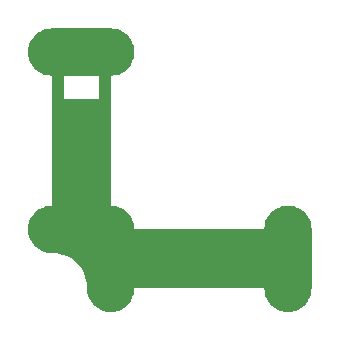
<source format=gbr>
%TF.GenerationSoftware,KiCad,Pcbnew,6.0.1-79c1e3a40b~116~ubuntu20.04.1*%
%TF.CreationDate,2022-01-28T23:27:19+01:00*%
%TF.ProjectId,pcb-connector-x2,7063622d-636f-46e6-9e65-63746f722d78,1*%
%TF.SameCoordinates,Original*%
%TF.FileFunction,Soldermask,Bot*%
%TF.FilePolarity,Negative*%
%FSLAX46Y46*%
G04 Gerber Fmt 4.6, Leading zero omitted, Abs format (unit mm)*
G04 Created by KiCad (PCBNEW 6.0.1-79c1e3a40b~116~ubuntu20.04.1) date 2022-01-28 23:27:19*
%MOMM*%
%LPD*%
G01*
G04 APERTURE LIST*
%ADD10C,3.400000*%
G04 APERTURE END LIST*
D10*
%TO.C,H2*%
X140000000Y-105000000D03*
%TD*%
%TO.C,H7*%
X140000000Y-85000000D03*
%TD*%
%TO.C,H1*%
X155000000Y-100000000D03*
%TD*%
%TO.C,H3*%
X140000000Y-100000000D03*
%TD*%
%TO.C,H6*%
X135000000Y-85000000D03*
%TD*%
%TO.C,H5*%
X155000000Y-105000000D03*
%TD*%
%TO.C,H4*%
X135000000Y-100000000D03*
%TD*%
G36*
X140004487Y-83000321D02*
G01*
X140275645Y-83019714D01*
X140293440Y-83022273D01*
X140554654Y-83079097D01*
X140571903Y-83084161D01*
X140822386Y-83177586D01*
X140838740Y-83185055D01*
X141073375Y-83313176D01*
X141088498Y-83322895D01*
X141302510Y-83483103D01*
X141316096Y-83494876D01*
X141505124Y-83683904D01*
X141516897Y-83697490D01*
X141677105Y-83911502D01*
X141686824Y-83926625D01*
X141814945Y-84161260D01*
X141822414Y-84177614D01*
X141915839Y-84428097D01*
X141920903Y-84445346D01*
X141977727Y-84706560D01*
X141980286Y-84724355D01*
X141999357Y-84991012D01*
X141999357Y-85008988D01*
X141980286Y-85275645D01*
X141977727Y-85293440D01*
X141920903Y-85554654D01*
X141915839Y-85571903D01*
X141822414Y-85822386D01*
X141814945Y-85838740D01*
X141686824Y-86073375D01*
X141677105Y-86088498D01*
X141516897Y-86302510D01*
X141505124Y-86316096D01*
X141316096Y-86505124D01*
X141302510Y-86516897D01*
X141088498Y-86677105D01*
X141073375Y-86686824D01*
X140838740Y-86814945D01*
X140822386Y-86822414D01*
X140571903Y-86915839D01*
X140554654Y-86920903D01*
X140293440Y-86977727D01*
X140275645Y-86980286D01*
X140018068Y-86998708D01*
X140003187Y-87004258D01*
X140000656Y-87007640D01*
X140000000Y-87011274D01*
X140000000Y-87128000D01*
X139979998Y-87196121D01*
X139926342Y-87242614D01*
X139874000Y-87254000D01*
X139126000Y-87254000D01*
X139057879Y-87233998D01*
X139011386Y-87180342D01*
X139000000Y-87128000D01*
X139000000Y-87018115D01*
X138995525Y-87002876D01*
X138994135Y-87001671D01*
X138986452Y-87000000D01*
X136018115Y-87000000D01*
X136002876Y-87004475D01*
X136001671Y-87005865D01*
X136000000Y-87013548D01*
X136000000Y-87128000D01*
X135979998Y-87196121D01*
X135926342Y-87242614D01*
X135874000Y-87254000D01*
X135126000Y-87254000D01*
X135057879Y-87233998D01*
X135011386Y-87180342D01*
X135000000Y-87128000D01*
X135000000Y-87018115D01*
X134995525Y-87002876D01*
X134992331Y-87000108D01*
X134988755Y-86999196D01*
X134724355Y-86980286D01*
X134706560Y-86977727D01*
X134445346Y-86920903D01*
X134428097Y-86915839D01*
X134177614Y-86822414D01*
X134161260Y-86814945D01*
X133926625Y-86686824D01*
X133911502Y-86677105D01*
X133697490Y-86516897D01*
X133683904Y-86505124D01*
X133494876Y-86316096D01*
X133483103Y-86302510D01*
X133322895Y-86088498D01*
X133313176Y-86073375D01*
X133185055Y-85838740D01*
X133177586Y-85822386D01*
X133084161Y-85571903D01*
X133079097Y-85554654D01*
X133022273Y-85293440D01*
X133019714Y-85275645D01*
X133000643Y-85008988D01*
X133000643Y-84991012D01*
X133019714Y-84724355D01*
X133022273Y-84706560D01*
X133079097Y-84445346D01*
X133084161Y-84428097D01*
X133177586Y-84177614D01*
X133185055Y-84161260D01*
X133313176Y-83926625D01*
X133322895Y-83911502D01*
X133483103Y-83697490D01*
X133494876Y-83683904D01*
X133683904Y-83494876D01*
X133697490Y-83483103D01*
X133911502Y-83322895D01*
X133926625Y-83313176D01*
X134161260Y-83185055D01*
X134177614Y-83177586D01*
X134428097Y-83084161D01*
X134445346Y-83079097D01*
X134706560Y-83022273D01*
X134724355Y-83019714D01*
X134995513Y-83000321D01*
X135004501Y-83000000D01*
X139995499Y-83000000D01*
X140004487Y-83000321D01*
G37*
G36*
X135942121Y-88766002D02*
G01*
X135988614Y-88819658D01*
X136000000Y-88872000D01*
X136000000Y-88981885D01*
X136004475Y-88997124D01*
X136005865Y-88998329D01*
X136013548Y-89000000D01*
X139874000Y-89000000D01*
X139942121Y-89020002D01*
X139988614Y-89073658D01*
X140000000Y-89126000D01*
X140000000Y-97981885D01*
X140004475Y-97997124D01*
X140007669Y-97999892D01*
X140011245Y-98000804D01*
X140275645Y-98019714D01*
X140293440Y-98022273D01*
X140554654Y-98079097D01*
X140571903Y-98084161D01*
X140822386Y-98177586D01*
X140838740Y-98185055D01*
X141073375Y-98313176D01*
X141088498Y-98322895D01*
X141302511Y-98483103D01*
X141316097Y-98494876D01*
X141505124Y-98683903D01*
X141516897Y-98697489D01*
X141677105Y-98911502D01*
X141686824Y-98926625D01*
X141814945Y-99161260D01*
X141822414Y-99177614D01*
X141915839Y-99428097D01*
X141920903Y-99445346D01*
X141977727Y-99706560D01*
X141980286Y-99724355D01*
X141998708Y-99981932D01*
X142004258Y-99996813D01*
X142007640Y-99999344D01*
X142011274Y-100000000D01*
X152981885Y-100000000D01*
X152997124Y-99995525D01*
X152999892Y-99992331D01*
X153000804Y-99988755D01*
X153019714Y-99724355D01*
X153022273Y-99706560D01*
X153079097Y-99445346D01*
X153084161Y-99428097D01*
X153177586Y-99177614D01*
X153185055Y-99161260D01*
X153313176Y-98926625D01*
X153322895Y-98911502D01*
X153483103Y-98697490D01*
X153494876Y-98683904D01*
X153683904Y-98494876D01*
X153697490Y-98483103D01*
X153911502Y-98322895D01*
X153926625Y-98313176D01*
X154161260Y-98185055D01*
X154177614Y-98177586D01*
X154428097Y-98084161D01*
X154445346Y-98079097D01*
X154706560Y-98022273D01*
X154724355Y-98019714D01*
X154991012Y-98000643D01*
X155008988Y-98000643D01*
X155275645Y-98019714D01*
X155293440Y-98022273D01*
X155554654Y-98079097D01*
X155571903Y-98084161D01*
X155822386Y-98177586D01*
X155838740Y-98185055D01*
X156073375Y-98313176D01*
X156088498Y-98322895D01*
X156302510Y-98483103D01*
X156316096Y-98494876D01*
X156505124Y-98683904D01*
X156516897Y-98697490D01*
X156677105Y-98911502D01*
X156686824Y-98926625D01*
X156814945Y-99161260D01*
X156822414Y-99177614D01*
X156915839Y-99428097D01*
X156920903Y-99445346D01*
X156977727Y-99706560D01*
X156980286Y-99724355D01*
X156999679Y-99995513D01*
X157000000Y-100004501D01*
X157000000Y-104995499D01*
X156999679Y-105004487D01*
X156980286Y-105275645D01*
X156977727Y-105293440D01*
X156920903Y-105554654D01*
X156915839Y-105571903D01*
X156822414Y-105822386D01*
X156814945Y-105838740D01*
X156686824Y-106073375D01*
X156677105Y-106088498D01*
X156516897Y-106302510D01*
X156505124Y-106316096D01*
X156316096Y-106505124D01*
X156302510Y-106516897D01*
X156088498Y-106677105D01*
X156073375Y-106686824D01*
X155838740Y-106814945D01*
X155822386Y-106822414D01*
X155571903Y-106915839D01*
X155554654Y-106920903D01*
X155293440Y-106977727D01*
X155275645Y-106980286D01*
X155008988Y-106999357D01*
X154991012Y-106999357D01*
X154724355Y-106980286D01*
X154706560Y-106977727D01*
X154445346Y-106920903D01*
X154428097Y-106915839D01*
X154177614Y-106822414D01*
X154161260Y-106814945D01*
X153926625Y-106686824D01*
X153911502Y-106677105D01*
X153697490Y-106516897D01*
X153683904Y-106505124D01*
X153494876Y-106316096D01*
X153483103Y-106302510D01*
X153322895Y-106088498D01*
X153313176Y-106073375D01*
X153185055Y-105838740D01*
X153177586Y-105822386D01*
X153084161Y-105571903D01*
X153079097Y-105554654D01*
X153022273Y-105293440D01*
X153019714Y-105275645D01*
X153001292Y-105018068D01*
X152995742Y-105003187D01*
X152992360Y-105000656D01*
X152988726Y-105000000D01*
X142018115Y-105000000D01*
X142002876Y-105004475D01*
X142000108Y-105007669D01*
X141999196Y-105011245D01*
X141980286Y-105275645D01*
X141977727Y-105293440D01*
X141920903Y-105554654D01*
X141915839Y-105571903D01*
X141822414Y-105822386D01*
X141814945Y-105838740D01*
X141686824Y-106073375D01*
X141677105Y-106088498D01*
X141516897Y-106302510D01*
X141505124Y-106316096D01*
X141316096Y-106505124D01*
X141302510Y-106516897D01*
X141088498Y-106677105D01*
X141073375Y-106686824D01*
X140838740Y-106814945D01*
X140822386Y-106822414D01*
X140571903Y-106915839D01*
X140554654Y-106920903D01*
X140293440Y-106977727D01*
X140275645Y-106980286D01*
X140008988Y-106999357D01*
X139991012Y-106999357D01*
X139724355Y-106980286D01*
X139706560Y-106977727D01*
X139445346Y-106920903D01*
X139428097Y-106915839D01*
X139177614Y-106822414D01*
X139161260Y-106814945D01*
X138926625Y-106686824D01*
X138911502Y-106677105D01*
X138697490Y-106516897D01*
X138683904Y-106505124D01*
X138494876Y-106316096D01*
X138483103Y-106302510D01*
X138322895Y-106088498D01*
X138313176Y-106073375D01*
X138185055Y-105838740D01*
X138177586Y-105822386D01*
X138084161Y-105571903D01*
X138079097Y-105554654D01*
X138022273Y-105293440D01*
X138019714Y-105275645D01*
X138000070Y-105000972D01*
X137999947Y-104999049D01*
X137981335Y-104667636D01*
X137980545Y-104660623D01*
X137925375Y-104335916D01*
X137923807Y-104329047D01*
X137832629Y-104012561D01*
X137830296Y-104005895D01*
X137704260Y-103701617D01*
X137701195Y-103695253D01*
X137541879Y-103406993D01*
X137538132Y-103401029D01*
X137347529Y-103132399D01*
X137343149Y-103126907D01*
X137123665Y-102881304D01*
X137118696Y-102876335D01*
X136873093Y-102656851D01*
X136867601Y-102652471D01*
X136598971Y-102461868D01*
X136593007Y-102458121D01*
X136304747Y-102298805D01*
X136298383Y-102295740D01*
X135994105Y-102169704D01*
X135987439Y-102167371D01*
X135670953Y-102076193D01*
X135664084Y-102074625D01*
X135339377Y-102019455D01*
X135332364Y-102018665D01*
X135000951Y-102000053D01*
X134999028Y-101999930D01*
X134724355Y-101980286D01*
X134706560Y-101977727D01*
X134445346Y-101920903D01*
X134428097Y-101915839D01*
X134177614Y-101822414D01*
X134161260Y-101814945D01*
X133926625Y-101686824D01*
X133911502Y-101677105D01*
X133697490Y-101516897D01*
X133683904Y-101505124D01*
X133494876Y-101316096D01*
X133483103Y-101302510D01*
X133322895Y-101088498D01*
X133313176Y-101073375D01*
X133185055Y-100838740D01*
X133177586Y-100822386D01*
X133084161Y-100571903D01*
X133079097Y-100554654D01*
X133022273Y-100293440D01*
X133019714Y-100275645D01*
X133000643Y-100008988D01*
X133000643Y-99991012D01*
X133019714Y-99724355D01*
X133022273Y-99706560D01*
X133079097Y-99445346D01*
X133084161Y-99428097D01*
X133177586Y-99177614D01*
X133185055Y-99161260D01*
X133313176Y-98926625D01*
X133322895Y-98911502D01*
X133483103Y-98697490D01*
X133494876Y-98683904D01*
X133683904Y-98494876D01*
X133697490Y-98483103D01*
X133911502Y-98322895D01*
X133926625Y-98313176D01*
X134161260Y-98185055D01*
X134177614Y-98177586D01*
X134428097Y-98084161D01*
X134445346Y-98079097D01*
X134706560Y-98022273D01*
X134724355Y-98019714D01*
X134981932Y-98001292D01*
X134996813Y-97995742D01*
X134999344Y-97992360D01*
X135000000Y-97988726D01*
X135000000Y-88872000D01*
X135020002Y-88803879D01*
X135073658Y-88757386D01*
X135126000Y-88746000D01*
X135874000Y-88746000D01*
X135942121Y-88766002D01*
G37*
G36*
X136003094Y-86746152D02*
G01*
X136018709Y-86746919D01*
X136031018Y-86748131D01*
X136039329Y-86749364D01*
X136103777Y-86779146D01*
X136141892Y-86839044D01*
X136141574Y-86910040D01*
X136102923Y-86969593D01*
X136038210Y-86998797D01*
X136020838Y-87000000D01*
X136018115Y-87000000D01*
X136002876Y-87004475D01*
X136001671Y-87005865D01*
X136000000Y-87013548D01*
X136000000Y-88981885D01*
X136004475Y-88997124D01*
X136005865Y-88998329D01*
X136013548Y-89000000D01*
X136020838Y-89000000D01*
X136088959Y-89020002D01*
X136135452Y-89073658D01*
X136145556Y-89143932D01*
X136116062Y-89208512D01*
X136056336Y-89246896D01*
X136039329Y-89250636D01*
X136031018Y-89251869D01*
X136018709Y-89253081D01*
X136003094Y-89253848D01*
X135996912Y-89254000D01*
X135126000Y-89254000D01*
X135057879Y-89233998D01*
X135011386Y-89180342D01*
X135000000Y-89128000D01*
X135000000Y-87018115D01*
X134995525Y-87002876D01*
X134992331Y-87000108D01*
X134988756Y-86999196D01*
X134967548Y-86997679D01*
X134901028Y-86972868D01*
X134858481Y-86916033D01*
X134853416Y-86845217D01*
X134887442Y-86782905D01*
X134949754Y-86748880D01*
X134976537Y-86746000D01*
X135996912Y-86746000D01*
X136003094Y-86746152D01*
G37*
G36*
X140091584Y-86766002D02*
G01*
X140138077Y-86819658D01*
X140148181Y-86889932D01*
X140118687Y-86954512D01*
X140058961Y-86992896D01*
X140032452Y-86997679D01*
X140018068Y-86998708D01*
X140003187Y-87004258D01*
X140000656Y-87007640D01*
X140000000Y-87011274D01*
X140000000Y-89128000D01*
X139979998Y-89196121D01*
X139926342Y-89242614D01*
X139874000Y-89254000D01*
X139003088Y-89254000D01*
X138996906Y-89253848D01*
X138981291Y-89253081D01*
X138968982Y-89251869D01*
X138960671Y-89250636D01*
X138896223Y-89220854D01*
X138858108Y-89160956D01*
X138858426Y-89089960D01*
X138897077Y-89030407D01*
X138961790Y-89001203D01*
X138979162Y-89000000D01*
X138981885Y-89000000D01*
X138997124Y-88995525D01*
X138998329Y-88994135D01*
X139000000Y-88986452D01*
X139000000Y-87018115D01*
X138995525Y-87002876D01*
X138994135Y-87001671D01*
X138986452Y-87000000D01*
X138979162Y-87000000D01*
X138911041Y-86979998D01*
X138864548Y-86926342D01*
X138854444Y-86856068D01*
X138883938Y-86791488D01*
X138943664Y-86753104D01*
X138960671Y-86749364D01*
X138968982Y-86748131D01*
X138981291Y-86746919D01*
X138996906Y-86746152D01*
X139003088Y-86746000D01*
X140023463Y-86746000D01*
X140091584Y-86766002D01*
G37*
M02*

</source>
